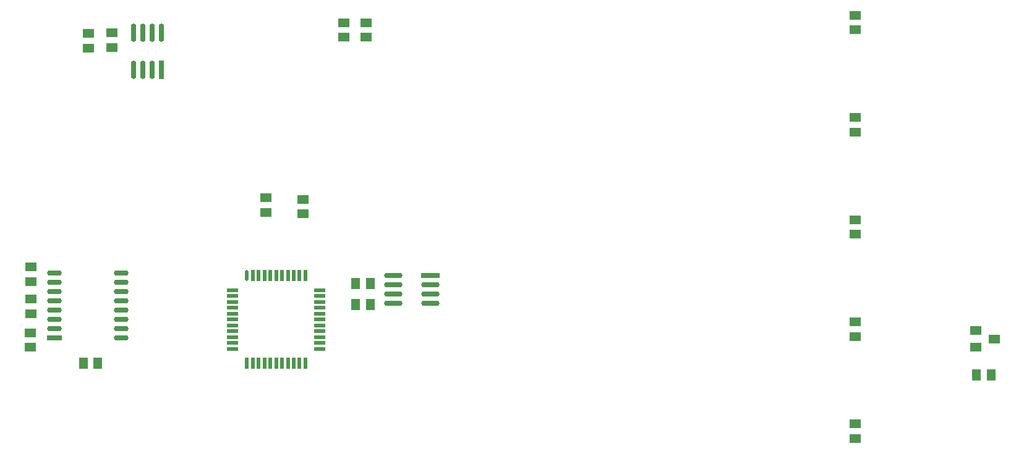
<source format=gbp>
%FSTAX23Y23*%
%MOIN*%
%SFA1B1*%

%IPPOS*%
%ADD32R,0.062992X0.051181*%
%ADD33R,0.051181X0.062992*%
%ADD34R,0.062992X0.047244*%
%ADD35O,0.029527X0.098425*%
%ADD36R,0.029527X0.098425*%
%ADD37O,0.098425X0.029527*%
%ADD38R,0.098425X0.029527*%
%ADD39R,0.019685X0.059055*%
%ADD40R,0.059055X0.019685*%
%ADD41O,0.019685X0.059055*%
%ADD42O,0.078740X0.029527*%
%ADD43R,0.078740X0.029527*%
%LNkradac270315-1*%
%LPD*%
G54D32*
X0437Y02322D03*
Y02244D03*
Y01771D03*
Y01692D03*
Y0122D03*
Y01141D03*
Y00669D03*
Y0059D03*
Y00118D03*
Y00039D03*
X01614Y02283D03*
Y02204D03*
X-00078Y00531D03*
Y0061D03*
X-00074Y00885D03*
Y00964D03*
Y00791D03*
Y00712D03*
X01192Y01259D03*
Y01338D03*
X01393Y01251D03*
Y0133D03*
X01732Y02204D03*
Y02283D03*
X00236Y02224D03*
Y02145D03*
X00362Y02228D03*
Y02149D03*
G54D33*
X00287Y00444D03*
X00208D03*
X01677Y00874D03*
X01755D03*
X01677Y00763D03*
X01755D03*
X05102Y00381D03*
X05023D03*
G54D34*
X05019Y00531D03*
X05118Y00576D03*
X05019Y00622D03*
G54D35*
X00529Y02227D03*
X00579Y02027D03*
X00629Y02227D03*
X00579D03*
X00479D03*
X00529Y02027D03*
X00479D03*
G54D36*
X00629Y02027D03*
G54D37*
X01878Y00917D03*
Y00767D03*
Y00817D03*
X02078Y00867D03*
Y00817D03*
Y00767D03*
X01878Y00867D03*
G54D38*
X02078Y00917D03*
G54D39*
X01311Y00917D03*
X01279D03*
X01216D03*
Y00444D03*
X01279D03*
X01374Y00917D03*
X01153D03*
X01405D03*
X01342D03*
X01185D03*
X01122D03*
X01248D03*
Y00444D03*
X01311D03*
X01342D03*
X01374D03*
X01405D03*
X01153D03*
X01185D03*
X0109D03*
X01122D03*
G54D40*
X01011Y00649D03*
X01484Y00681D03*
Y00838D03*
X01011Y00744D03*
Y00712D03*
X01484Y00775D03*
X01011Y00681D03*
X01484Y00649D03*
Y00712D03*
Y00744D03*
Y00523D03*
Y00555D03*
Y00586D03*
Y00618D03*
Y00807D03*
X01011Y00523D03*
Y00555D03*
Y00586D03*
Y00618D03*
Y00775D03*
Y00807D03*
Y00838D03*
G54D41*
X0109Y00917D03*
G54D42*
X00413Y00582D03*
Y00882D03*
Y00832D03*
Y00932D03*
Y00782D03*
Y00732D03*
X00051Y00932D03*
Y00832D03*
Y00782D03*
Y00732D03*
Y00882D03*
X00413Y00682D03*
X00051Y00632D03*
Y00682D03*
X00413Y00632D03*
G54D43*
X00051Y00582D03*
M02*
</source>
